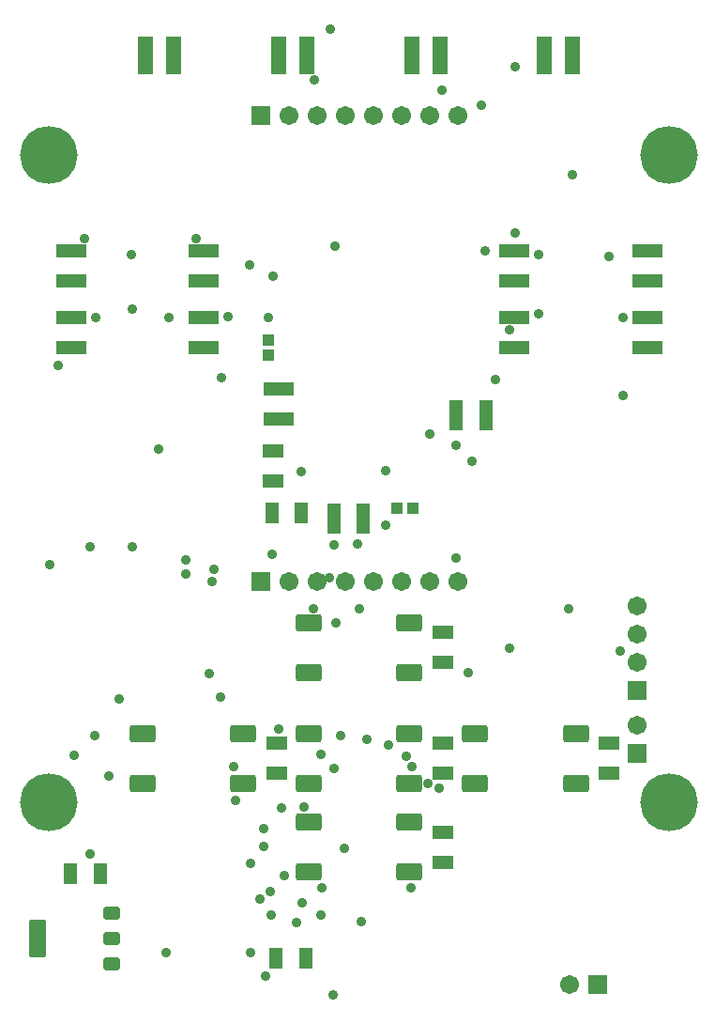
<source format=gts>
G04*
G04 #@! TF.GenerationSoftware,Altium Limited,Altium Designer,20.1.8 (145)*
G04*
G04 Layer_Color=8388736*
%FSLAX25Y25*%
%MOIN*%
G70*
G04*
G04 #@! TF.SameCoordinates,EC9590D4-A93B-4016-A152-F587195DA6AB*
G04*
G04*
G04 #@! TF.FilePolarity,Negative*
G04*
G01*
G75*
%ADD24R,0.05800X0.13320*%
%ADD25R,0.05131X0.11036*%
%ADD26R,0.07493X0.05131*%
%ADD27R,0.03950X0.04343*%
G04:AMPARAMS|DCode=28|XSize=44.61mil|YSize=59.58mil|CornerRadius=6.75mil|HoleSize=0mil|Usage=FLASHONLY|Rotation=90.000|XOffset=0mil|YOffset=0mil|HoleType=Round|Shape=RoundedRectangle|*
%AMROUNDEDRECTD28*
21,1,0.04461,0.04608,0,0,90.0*
21,1,0.03112,0.05958,0,0,90.0*
1,1,0.01349,0.02304,0.01556*
1,1,0.01349,0.02304,-0.01556*
1,1,0.01349,-0.02304,-0.01556*
1,1,0.01349,-0.02304,0.01556*
%
%ADD28ROUNDEDRECTD28*%
G04:AMPARAMS|DCode=29|XSize=135.56mil|YSize=59.58mil|CornerRadius=7.87mil|HoleSize=0mil|Usage=FLASHONLY|Rotation=90.000|XOffset=0mil|YOffset=0mil|HoleType=Round|Shape=RoundedRectangle|*
%AMROUNDEDRECTD29*
21,1,0.13556,0.04384,0,0,90.0*
21,1,0.11982,0.05958,0,0,90.0*
1,1,0.01574,0.02192,0.05991*
1,1,0.01574,0.02192,-0.05991*
1,1,0.01574,-0.02192,-0.05991*
1,1,0.01574,-0.02192,0.05991*
%
%ADD29ROUNDEDRECTD29*%
%ADD30R,0.11036X0.05131*%
%ADD31R,0.04343X0.03950*%
%ADD32R,0.05131X0.07493*%
G04:AMPARAMS|DCode=33|XSize=90.68mil|YSize=62.33mil|CornerRadius=8.07mil|HoleSize=0mil|Usage=FLASHONLY|Rotation=0.000|XOffset=0mil|YOffset=0mil|HoleType=Round|Shape=RoundedRectangle|*
%AMROUNDEDRECTD33*
21,1,0.09068,0.04618,0,0,0.0*
21,1,0.07453,0.06233,0,0,0.0*
1,1,0.01615,0.03726,-0.02309*
1,1,0.01615,-0.03726,-0.02309*
1,1,0.01615,-0.03726,0.02309*
1,1,0.01615,0.03726,0.02309*
%
%ADD33ROUNDEDRECTD33*%
%ADD34R,0.06706X0.06706*%
%ADD35C,0.06706*%
%ADD36R,0.06706X0.06706*%
%ADD37C,0.20485*%
%ADD38C,0.03556*%
D24*
X150366Y520189D02*
D03*
X160366D02*
D03*
X207610D02*
D03*
X197610D02*
D03*
X244854D02*
D03*
X254854D02*
D03*
X302098D02*
D03*
X292098D02*
D03*
D25*
X260685Y392500D02*
D03*
X271315D02*
D03*
X217185Y356000D02*
D03*
X227815D02*
D03*
D26*
X315016Y265512D02*
D03*
Y276142D02*
D03*
X255961Y265512D02*
D03*
Y276142D02*
D03*
X195500Y379815D02*
D03*
Y369185D02*
D03*
X196906Y276142D02*
D03*
Y265512D02*
D03*
X255961Y244646D02*
D03*
Y234016D02*
D03*
Y315512D02*
D03*
Y304882D02*
D03*
D27*
X239744Y359500D02*
D03*
X245256D02*
D03*
D28*
X138169Y197984D02*
D03*
Y207000D02*
D03*
Y216016D02*
D03*
D29*
X111831Y207000D02*
D03*
D30*
X197500Y391185D02*
D03*
Y401815D02*
D03*
X171118Y416693D02*
D03*
Y427323D02*
D03*
X123874Y416693D02*
D03*
Y427323D02*
D03*
Y440315D02*
D03*
Y450945D02*
D03*
X171118Y440315D02*
D03*
Y450945D02*
D03*
X281354Y416693D02*
D03*
Y427323D02*
D03*
X328598Y416693D02*
D03*
Y427323D02*
D03*
Y440315D02*
D03*
Y450945D02*
D03*
X281354Y440315D02*
D03*
Y450945D02*
D03*
D31*
X194000Y419256D02*
D03*
Y413744D02*
D03*
D32*
X205815Y358000D02*
D03*
X195185D02*
D03*
X207315Y200000D02*
D03*
X196685D02*
D03*
X123685Y230000D02*
D03*
X134315D02*
D03*
D33*
X303205Y279646D02*
D03*
Y262008D02*
D03*
X267378Y279646D02*
D03*
Y262008D02*
D03*
X244150Y319016D02*
D03*
Y301378D02*
D03*
X208323Y319016D02*
D03*
Y301378D02*
D03*
X185095Y279646D02*
D03*
Y262008D02*
D03*
X149268Y279646D02*
D03*
Y262008D02*
D03*
X244150Y279646D02*
D03*
Y262008D02*
D03*
X208323Y279646D02*
D03*
Y262008D02*
D03*
X244150Y248150D02*
D03*
Y230512D02*
D03*
X208323Y248150D02*
D03*
Y230512D02*
D03*
D34*
X191236Y498780D02*
D03*
Y333425D02*
D03*
X311000Y190500D02*
D03*
D35*
X201236Y498780D02*
D03*
X211236D02*
D03*
X221236D02*
D03*
X231236D02*
D03*
X241236D02*
D03*
X251236D02*
D03*
X261236D02*
D03*
X325000Y305000D02*
D03*
Y315000D02*
D03*
Y325000D02*
D03*
Y282500D02*
D03*
X201236Y333425D02*
D03*
X211236D02*
D03*
X221236D02*
D03*
X231236D02*
D03*
X241236D02*
D03*
X251236D02*
D03*
X261236D02*
D03*
X301000Y190500D02*
D03*
D36*
X325000Y295000D02*
D03*
Y272500D02*
D03*
D37*
X116000Y255079D02*
D03*
Y485000D02*
D03*
X336472Y255079D02*
D03*
Y485000D02*
D03*
D38*
X260500Y341835D02*
D03*
Y382000D02*
D03*
X266260Y376134D02*
D03*
X195185Y343128D02*
D03*
X225500Y346929D02*
D03*
X217185Y346665D02*
D03*
X130700Y236800D02*
D03*
X251222Y385748D02*
D03*
X235500Y373000D02*
D03*
X229000Y277500D02*
D03*
X194500Y223500D02*
D03*
X198785Y253400D02*
D03*
X155000Y380500D02*
D03*
X320000Y399500D02*
D03*
X187164Y445764D02*
D03*
X125000Y272000D02*
D03*
X137165Y264500D02*
D03*
X132453Y278980D02*
D03*
X217500Y452500D02*
D03*
X217400Y267100D02*
D03*
X206500Y253500D02*
D03*
X219500Y279000D02*
D03*
X177000Y292453D02*
D03*
X243000Y271500D02*
D03*
X236500Y275500D02*
D03*
X227000Y213000D02*
D03*
X187500Y201750D02*
D03*
X193000Y193500D02*
D03*
X206000Y219500D02*
D03*
X145375Y449475D02*
D03*
X212827Y225000D02*
D03*
X244500Y225000D02*
D03*
X302098Y477998D02*
D03*
X255500Y507957D02*
D03*
X157750Y201750D02*
D03*
X212500Y215250D02*
D03*
X204000Y212500D02*
D03*
X141000Y291900D02*
D03*
X195100Y215200D02*
D03*
X218100Y318900D02*
D03*
X215800Y335000D02*
D03*
X174125Y333425D02*
D03*
X245000Y267835D02*
D03*
X164700Y336351D02*
D03*
X145600Y430400D02*
D03*
X300550Y323800D02*
D03*
X130500Y346000D02*
D03*
X119400Y410300D02*
D03*
X281500Y457400D02*
D03*
X205815Y372500D02*
D03*
X195500Y442000D02*
D03*
X221007Y238866D02*
D03*
X164700Y341315D02*
D03*
X174500Y337900D02*
D03*
X279500Y422900D02*
D03*
X172900Y301000D02*
D03*
X279700Y310000D02*
D03*
X145500Y345900D02*
D03*
X217051Y187000D02*
D03*
X116300Y339700D02*
D03*
X179500Y427485D02*
D03*
X210085Y324000D02*
D03*
X226300D02*
D03*
X191000Y220750D02*
D03*
X192400Y239700D02*
D03*
X210300Y511700D02*
D03*
X269500Y502500D02*
D03*
X254600Y260300D02*
D03*
X264950Y301150D02*
D03*
X274800Y405400D02*
D03*
X289976Y449500D02*
D03*
X314976Y448900D02*
D03*
X319976Y427323D02*
D03*
X289976Y428573D02*
D03*
X128755Y455300D02*
D03*
X168200Y455100D02*
D03*
X177400Y405900D02*
D03*
X158746Y427323D02*
D03*
X132496D02*
D03*
X212500Y272400D02*
D03*
X235500Y353700D02*
D03*
X197600Y281200D02*
D03*
X199600Y229200D02*
D03*
X182400Y256000D02*
D03*
X181500Y268000D02*
D03*
X250500Y262000D02*
D03*
X192222Y246022D02*
D03*
X187500Y233600D02*
D03*
X319000Y309000D02*
D03*
X271000Y450945D02*
D03*
X194000Y427100D02*
D03*
X216076Y529524D02*
D03*
X281800Y516400D02*
D03*
M02*

</source>
